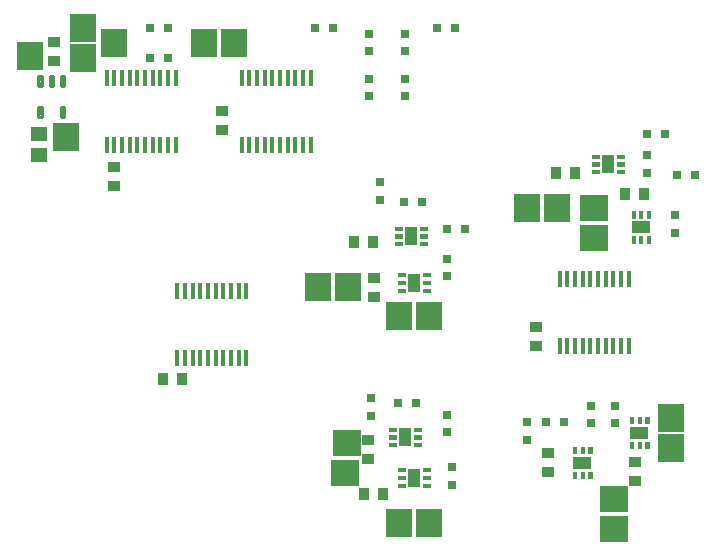
<source format=gbr>
G04 EAGLE Gerber RS-274X export*
G75*
%MOMM*%
%FSLAX34Y34*%
%LPD*%
%INSolderpaste Top*%
%IPPOS*%
%AMOC8*
5,1,8,0,0,1.08239X$1,22.5*%
G01*
%ADD10R,2.235200X2.489200*%
%ADD11R,0.800000X0.800000*%
%ADD12R,0.820000X1.260000*%
%ADD13C,0.088900*%
%ADD14R,0.990600X1.600200*%
%ADD15C,0.295000*%
%ADD16R,2.489200X2.235200*%
%ADD17R,0.950000X1.000000*%
%ADD18R,1.260000X0.820000*%
%ADD19R,1.600200X0.990600*%
%ADD20R,0.355600X1.473200*%
%ADD21R,1.000000X0.950000*%
%ADD22R,1.450000X1.150000*%


D10*
X87630Y495300D03*
X114300Y482600D03*
D11*
X396240Y152520D03*
X396240Y167520D03*
X331470Y166490D03*
X331470Y181490D03*
X400050Y123070D03*
X400050Y108070D03*
X354450Y177800D03*
X369450Y177800D03*
D12*
X368300Y114300D03*
D13*
X375983Y109134D02*
X381699Y109134D01*
X381699Y106466D01*
X375983Y106466D01*
X375983Y109134D01*
X375983Y107311D02*
X381699Y107311D01*
X381699Y108156D02*
X375983Y108156D01*
X375983Y109001D02*
X381699Y109001D01*
X381699Y115634D02*
X375983Y115634D01*
X381699Y115634D02*
X381699Y112966D01*
X375983Y112966D01*
X375983Y115634D01*
X375983Y113811D02*
X381699Y113811D01*
X381699Y114656D02*
X375983Y114656D01*
X375983Y115501D02*
X381699Y115501D01*
X381699Y122134D02*
X375983Y122134D01*
X381699Y122134D02*
X381699Y119466D01*
X375983Y119466D01*
X375983Y122134D01*
X375983Y120311D02*
X381699Y120311D01*
X381699Y121156D02*
X375983Y121156D01*
X375983Y122001D02*
X381699Y122001D01*
X360617Y122134D02*
X354901Y122134D01*
X360617Y122134D02*
X360617Y119466D01*
X354901Y119466D01*
X354901Y122134D01*
X354901Y120311D02*
X360617Y120311D01*
X360617Y121156D02*
X354901Y121156D01*
X354901Y122001D02*
X360617Y122001D01*
X360617Y115634D02*
X354901Y115634D01*
X360617Y115634D02*
X360617Y112966D01*
X354901Y112966D01*
X354901Y115634D01*
X354901Y113811D02*
X360617Y113811D01*
X360617Y114656D02*
X354901Y114656D01*
X354901Y115501D02*
X360617Y115501D01*
X360617Y109134D02*
X354901Y109134D01*
X360617Y109134D02*
X360617Y106466D01*
X354901Y106466D01*
X354901Y109134D01*
X354901Y107311D02*
X360617Y107311D01*
X360617Y108156D02*
X354901Y108156D01*
X354901Y109001D02*
X360617Y109001D01*
D14*
X368300Y114300D03*
D11*
X159900Y469900D03*
X144900Y469900D03*
X159900Y495300D03*
X144900Y495300D03*
D10*
X215900Y482600D03*
X190500Y482600D03*
D15*
X68985Y453905D02*
X68985Y445855D01*
X68985Y453905D02*
X71935Y453905D01*
X71935Y445855D01*
X68985Y445855D01*
X68985Y448657D02*
X71935Y448657D01*
X71935Y451459D02*
X68985Y451459D01*
X59485Y453905D02*
X59485Y445855D01*
X59485Y453905D02*
X62435Y453905D01*
X62435Y445855D01*
X59485Y445855D01*
X59485Y448657D02*
X62435Y448657D01*
X62435Y451459D02*
X59485Y451459D01*
X49985Y453905D02*
X49985Y445855D01*
X49985Y453905D02*
X52935Y453905D01*
X52935Y445855D01*
X49985Y445855D01*
X49985Y448657D02*
X52935Y448657D01*
X52935Y451459D02*
X49985Y451459D01*
X49985Y427905D02*
X49985Y419855D01*
X49985Y427905D02*
X52935Y427905D01*
X52935Y419855D01*
X49985Y419855D01*
X49985Y422657D02*
X52935Y422657D01*
X52935Y425459D02*
X49985Y425459D01*
X68985Y427905D02*
X68985Y419855D01*
X68985Y427905D02*
X71935Y427905D01*
X71935Y419855D01*
X68985Y419855D01*
X68985Y422657D02*
X71935Y422657D01*
X71935Y425459D02*
X68985Y425459D01*
D10*
X87630Y469900D03*
X73660Y402590D03*
X43180Y471170D03*
D12*
X360680Y148590D03*
D13*
X368363Y143424D02*
X374079Y143424D01*
X374079Y140756D01*
X368363Y140756D01*
X368363Y143424D01*
X368363Y141601D02*
X374079Y141601D01*
X374079Y142446D02*
X368363Y142446D01*
X368363Y143291D02*
X374079Y143291D01*
X374079Y149924D02*
X368363Y149924D01*
X374079Y149924D02*
X374079Y147256D01*
X368363Y147256D01*
X368363Y149924D01*
X368363Y148101D02*
X374079Y148101D01*
X374079Y148946D02*
X368363Y148946D01*
X368363Y149791D02*
X374079Y149791D01*
X374079Y156424D02*
X368363Y156424D01*
X374079Y156424D02*
X374079Y153756D01*
X368363Y153756D01*
X368363Y156424D01*
X368363Y154601D02*
X374079Y154601D01*
X374079Y155446D02*
X368363Y155446D01*
X368363Y156291D02*
X374079Y156291D01*
X352997Y156424D02*
X347281Y156424D01*
X352997Y156424D02*
X352997Y153756D01*
X347281Y153756D01*
X347281Y156424D01*
X347281Y154601D02*
X352997Y154601D01*
X352997Y155446D02*
X347281Y155446D01*
X347281Y156291D02*
X352997Y156291D01*
X352997Y149924D02*
X347281Y149924D01*
X352997Y149924D02*
X352997Y147256D01*
X347281Y147256D01*
X347281Y149924D01*
X347281Y148101D02*
X352997Y148101D01*
X352997Y148946D02*
X347281Y148946D01*
X347281Y149791D02*
X352997Y149791D01*
X352997Y143424D02*
X347281Y143424D01*
X352997Y143424D02*
X352997Y140756D01*
X347281Y140756D01*
X347281Y143424D01*
X347281Y141601D02*
X352997Y141601D01*
X352997Y142446D02*
X347281Y142446D01*
X347281Y143291D02*
X352997Y143291D01*
D14*
X360680Y148590D03*
D16*
X311150Y143510D03*
X309880Y118110D03*
D10*
X355600Y76200D03*
X381000Y76200D03*
D11*
X396360Y325120D03*
X411360Y325120D03*
X339090Y349370D03*
X339090Y364370D03*
X396240Y299600D03*
X396240Y284600D03*
X359530Y347980D03*
X374530Y347980D03*
D12*
X368300Y279400D03*
D13*
X375983Y274234D02*
X381699Y274234D01*
X381699Y271566D01*
X375983Y271566D01*
X375983Y274234D01*
X375983Y272411D02*
X381699Y272411D01*
X381699Y273256D02*
X375983Y273256D01*
X375983Y274101D02*
X381699Y274101D01*
X381699Y280734D02*
X375983Y280734D01*
X381699Y280734D02*
X381699Y278066D01*
X375983Y278066D01*
X375983Y280734D01*
X375983Y278911D02*
X381699Y278911D01*
X381699Y279756D02*
X375983Y279756D01*
X375983Y280601D02*
X381699Y280601D01*
X381699Y287234D02*
X375983Y287234D01*
X381699Y287234D02*
X381699Y284566D01*
X375983Y284566D01*
X375983Y287234D01*
X375983Y285411D02*
X381699Y285411D01*
X381699Y286256D02*
X375983Y286256D01*
X375983Y287101D02*
X381699Y287101D01*
X360617Y287234D02*
X354901Y287234D01*
X360617Y287234D02*
X360617Y284566D01*
X354901Y284566D01*
X354901Y287234D01*
X354901Y285411D02*
X360617Y285411D01*
X360617Y286256D02*
X354901Y286256D01*
X354901Y287101D02*
X360617Y287101D01*
X360617Y280734D02*
X354901Y280734D01*
X360617Y280734D02*
X360617Y278066D01*
X354901Y278066D01*
X354901Y280734D01*
X354901Y278911D02*
X360617Y278911D01*
X360617Y279756D02*
X354901Y279756D01*
X354901Y280601D02*
X360617Y280601D01*
X360617Y274234D02*
X354901Y274234D01*
X360617Y274234D02*
X360617Y271566D01*
X354901Y271566D01*
X354901Y274234D01*
X354901Y272411D02*
X360617Y272411D01*
X360617Y273256D02*
X354901Y273256D01*
X354901Y274101D02*
X360617Y274101D01*
D14*
X368300Y279400D03*
D12*
X365760Y318770D03*
D13*
X373443Y313604D02*
X379159Y313604D01*
X379159Y310936D01*
X373443Y310936D01*
X373443Y313604D01*
X373443Y311781D02*
X379159Y311781D01*
X379159Y312626D02*
X373443Y312626D01*
X373443Y313471D02*
X379159Y313471D01*
X379159Y320104D02*
X373443Y320104D01*
X379159Y320104D02*
X379159Y317436D01*
X373443Y317436D01*
X373443Y320104D01*
X373443Y318281D02*
X379159Y318281D01*
X379159Y319126D02*
X373443Y319126D01*
X373443Y319971D02*
X379159Y319971D01*
X379159Y326604D02*
X373443Y326604D01*
X379159Y326604D02*
X379159Y323936D01*
X373443Y323936D01*
X373443Y326604D01*
X373443Y324781D02*
X379159Y324781D01*
X379159Y325626D02*
X373443Y325626D01*
X373443Y326471D02*
X379159Y326471D01*
X358077Y326604D02*
X352361Y326604D01*
X358077Y326604D02*
X358077Y323936D01*
X352361Y323936D01*
X352361Y326604D01*
X352361Y324781D02*
X358077Y324781D01*
X358077Y325626D02*
X352361Y325626D01*
X352361Y326471D02*
X358077Y326471D01*
X358077Y320104D02*
X352361Y320104D01*
X358077Y320104D02*
X358077Y317436D01*
X352361Y317436D01*
X352361Y320104D01*
X352361Y318281D02*
X358077Y318281D01*
X358077Y319126D02*
X352361Y319126D01*
X352361Y319971D02*
X358077Y319971D01*
X358077Y313604D02*
X352361Y313604D01*
X358077Y313604D02*
X358077Y310936D01*
X352361Y310936D01*
X352361Y313604D01*
X352361Y311781D02*
X358077Y311781D01*
X358077Y312626D02*
X352361Y312626D01*
X352361Y313471D02*
X358077Y313471D01*
D14*
X365760Y318770D03*
D10*
X287020Y275590D03*
X312420Y275590D03*
X355600Y251460D03*
X381000Y251460D03*
D17*
X333120Y313690D03*
X317120Y313690D03*
D11*
X518160Y160140D03*
X518160Y175140D03*
X463550Y161170D03*
X463550Y146170D03*
X538480Y160140D03*
X538480Y175140D03*
X480180Y161290D03*
X495180Y161290D03*
D18*
X558800Y152400D03*
D13*
X563966Y160083D02*
X563966Y165799D01*
X566634Y165799D01*
X566634Y160083D01*
X563966Y160083D01*
X563966Y160928D02*
X566634Y160928D01*
X566634Y161773D02*
X563966Y161773D01*
X563966Y162618D02*
X566634Y162618D01*
X566634Y163463D02*
X563966Y163463D01*
X563966Y164308D02*
X566634Y164308D01*
X566634Y165153D02*
X563966Y165153D01*
X557466Y165799D02*
X557466Y160083D01*
X557466Y165799D02*
X560134Y165799D01*
X560134Y160083D01*
X557466Y160083D01*
X557466Y160928D02*
X560134Y160928D01*
X560134Y161773D02*
X557466Y161773D01*
X557466Y162618D02*
X560134Y162618D01*
X560134Y163463D02*
X557466Y163463D01*
X557466Y164308D02*
X560134Y164308D01*
X560134Y165153D02*
X557466Y165153D01*
X550966Y165799D02*
X550966Y160083D01*
X550966Y165799D02*
X553634Y165799D01*
X553634Y160083D01*
X550966Y160083D01*
X550966Y160928D02*
X553634Y160928D01*
X553634Y161773D02*
X550966Y161773D01*
X550966Y162618D02*
X553634Y162618D01*
X553634Y163463D02*
X550966Y163463D01*
X550966Y164308D02*
X553634Y164308D01*
X553634Y165153D02*
X550966Y165153D01*
X550966Y144717D02*
X550966Y139001D01*
X550966Y144717D02*
X553634Y144717D01*
X553634Y139001D01*
X550966Y139001D01*
X550966Y139846D02*
X553634Y139846D01*
X553634Y140691D02*
X550966Y140691D01*
X550966Y141536D02*
X553634Y141536D01*
X553634Y142381D02*
X550966Y142381D01*
X550966Y143226D02*
X553634Y143226D01*
X553634Y144071D02*
X550966Y144071D01*
X557466Y144717D02*
X557466Y139001D01*
X557466Y144717D02*
X560134Y144717D01*
X560134Y139001D01*
X557466Y139001D01*
X557466Y139846D02*
X560134Y139846D01*
X560134Y140691D02*
X557466Y140691D01*
X557466Y141536D02*
X560134Y141536D01*
X560134Y142381D02*
X557466Y142381D01*
X557466Y143226D02*
X560134Y143226D01*
X560134Y144071D02*
X557466Y144071D01*
X563966Y144717D02*
X563966Y139001D01*
X563966Y144717D02*
X566634Y144717D01*
X566634Y139001D01*
X563966Y139001D01*
X563966Y139846D02*
X566634Y139846D01*
X566634Y140691D02*
X563966Y140691D01*
X563966Y141536D02*
X566634Y141536D01*
X566634Y142381D02*
X563966Y142381D01*
X563966Y143226D02*
X566634Y143226D01*
X566634Y144071D02*
X563966Y144071D01*
D19*
X558800Y152400D03*
D18*
X510540Y127000D03*
D13*
X515706Y134683D02*
X515706Y140399D01*
X518374Y140399D01*
X518374Y134683D01*
X515706Y134683D01*
X515706Y135528D02*
X518374Y135528D01*
X518374Y136373D02*
X515706Y136373D01*
X515706Y137218D02*
X518374Y137218D01*
X518374Y138063D02*
X515706Y138063D01*
X515706Y138908D02*
X518374Y138908D01*
X518374Y139753D02*
X515706Y139753D01*
X509206Y140399D02*
X509206Y134683D01*
X509206Y140399D02*
X511874Y140399D01*
X511874Y134683D01*
X509206Y134683D01*
X509206Y135528D02*
X511874Y135528D01*
X511874Y136373D02*
X509206Y136373D01*
X509206Y137218D02*
X511874Y137218D01*
X511874Y138063D02*
X509206Y138063D01*
X509206Y138908D02*
X511874Y138908D01*
X511874Y139753D02*
X509206Y139753D01*
X502706Y140399D02*
X502706Y134683D01*
X502706Y140399D02*
X505374Y140399D01*
X505374Y134683D01*
X502706Y134683D01*
X502706Y135528D02*
X505374Y135528D01*
X505374Y136373D02*
X502706Y136373D01*
X502706Y137218D02*
X505374Y137218D01*
X505374Y138063D02*
X502706Y138063D01*
X502706Y138908D02*
X505374Y138908D01*
X505374Y139753D02*
X502706Y139753D01*
X502706Y119317D02*
X502706Y113601D01*
X502706Y119317D02*
X505374Y119317D01*
X505374Y113601D01*
X502706Y113601D01*
X502706Y114446D02*
X505374Y114446D01*
X505374Y115291D02*
X502706Y115291D01*
X502706Y116136D02*
X505374Y116136D01*
X505374Y116981D02*
X502706Y116981D01*
X502706Y117826D02*
X505374Y117826D01*
X505374Y118671D02*
X502706Y118671D01*
X509206Y119317D02*
X509206Y113601D01*
X509206Y119317D02*
X511874Y119317D01*
X511874Y113601D01*
X509206Y113601D01*
X509206Y114446D02*
X511874Y114446D01*
X511874Y115291D02*
X509206Y115291D01*
X509206Y116136D02*
X511874Y116136D01*
X511874Y116981D02*
X509206Y116981D01*
X509206Y117826D02*
X511874Y117826D01*
X511874Y118671D02*
X509206Y118671D01*
X515706Y119317D02*
X515706Y113601D01*
X515706Y119317D02*
X518374Y119317D01*
X518374Y113601D01*
X515706Y113601D01*
X515706Y114446D02*
X518374Y114446D01*
X518374Y115291D02*
X515706Y115291D01*
X515706Y116136D02*
X518374Y116136D01*
X518374Y116981D02*
X515706Y116981D01*
X515706Y117826D02*
X518374Y117826D01*
X518374Y118671D02*
X515706Y118671D01*
D19*
X510540Y127000D03*
D16*
X537210Y71120D03*
X537210Y96520D03*
D10*
X585470Y139700D03*
X585470Y165100D03*
D11*
X590670Y370840D03*
X605670Y370840D03*
X565270Y405130D03*
X580270Y405130D03*
X589280Y336430D03*
X589280Y321430D03*
X565150Y387230D03*
X565150Y372230D03*
D18*
X560070Y326390D03*
D13*
X554904Y318707D02*
X554904Y312991D01*
X552236Y312991D01*
X552236Y318707D01*
X554904Y318707D01*
X554904Y313836D02*
X552236Y313836D01*
X552236Y314681D02*
X554904Y314681D01*
X554904Y315526D02*
X552236Y315526D01*
X552236Y316371D02*
X554904Y316371D01*
X554904Y317216D02*
X552236Y317216D01*
X552236Y318061D02*
X554904Y318061D01*
X561404Y318707D02*
X561404Y312991D01*
X558736Y312991D01*
X558736Y318707D01*
X561404Y318707D01*
X561404Y313836D02*
X558736Y313836D01*
X558736Y314681D02*
X561404Y314681D01*
X561404Y315526D02*
X558736Y315526D01*
X558736Y316371D02*
X561404Y316371D01*
X561404Y317216D02*
X558736Y317216D01*
X558736Y318061D02*
X561404Y318061D01*
X567904Y318707D02*
X567904Y312991D01*
X565236Y312991D01*
X565236Y318707D01*
X567904Y318707D01*
X567904Y313836D02*
X565236Y313836D01*
X565236Y314681D02*
X567904Y314681D01*
X567904Y315526D02*
X565236Y315526D01*
X565236Y316371D02*
X567904Y316371D01*
X567904Y317216D02*
X565236Y317216D01*
X565236Y318061D02*
X567904Y318061D01*
X567904Y334073D02*
X567904Y339789D01*
X567904Y334073D02*
X565236Y334073D01*
X565236Y339789D01*
X567904Y339789D01*
X567904Y334918D02*
X565236Y334918D01*
X565236Y335763D02*
X567904Y335763D01*
X567904Y336608D02*
X565236Y336608D01*
X565236Y337453D02*
X567904Y337453D01*
X567904Y338298D02*
X565236Y338298D01*
X565236Y339143D02*
X567904Y339143D01*
X561404Y339789D02*
X561404Y334073D01*
X558736Y334073D01*
X558736Y339789D01*
X561404Y339789D01*
X561404Y334918D02*
X558736Y334918D01*
X558736Y335763D02*
X561404Y335763D01*
X561404Y336608D02*
X558736Y336608D01*
X558736Y337453D02*
X561404Y337453D01*
X561404Y338298D02*
X558736Y338298D01*
X558736Y339143D02*
X561404Y339143D01*
X554904Y339789D02*
X554904Y334073D01*
X552236Y334073D01*
X552236Y339789D01*
X554904Y339789D01*
X554904Y334918D02*
X552236Y334918D01*
X552236Y335763D02*
X554904Y335763D01*
X554904Y336608D02*
X552236Y336608D01*
X552236Y337453D02*
X554904Y337453D01*
X554904Y338298D02*
X552236Y338298D01*
X552236Y339143D02*
X554904Y339143D01*
D19*
X560070Y326390D03*
D12*
X532130Y379730D03*
D13*
X539813Y374564D02*
X545529Y374564D01*
X545529Y371896D01*
X539813Y371896D01*
X539813Y374564D01*
X539813Y372741D02*
X545529Y372741D01*
X545529Y373586D02*
X539813Y373586D01*
X539813Y374431D02*
X545529Y374431D01*
X545529Y381064D02*
X539813Y381064D01*
X545529Y381064D02*
X545529Y378396D01*
X539813Y378396D01*
X539813Y381064D01*
X539813Y379241D02*
X545529Y379241D01*
X545529Y380086D02*
X539813Y380086D01*
X539813Y380931D02*
X545529Y380931D01*
X545529Y387564D02*
X539813Y387564D01*
X545529Y387564D02*
X545529Y384896D01*
X539813Y384896D01*
X539813Y387564D01*
X539813Y385741D02*
X545529Y385741D01*
X545529Y386586D02*
X539813Y386586D01*
X539813Y387431D02*
X545529Y387431D01*
X524447Y387564D02*
X518731Y387564D01*
X524447Y387564D02*
X524447Y384896D01*
X518731Y384896D01*
X518731Y387564D01*
X518731Y385741D02*
X524447Y385741D01*
X524447Y386586D02*
X518731Y386586D01*
X518731Y387431D02*
X524447Y387431D01*
X524447Y381064D02*
X518731Y381064D01*
X524447Y381064D02*
X524447Y378396D01*
X518731Y378396D01*
X518731Y381064D01*
X518731Y379241D02*
X524447Y379241D01*
X524447Y380086D02*
X518731Y380086D01*
X518731Y380931D02*
X524447Y380931D01*
X524447Y374564D02*
X518731Y374564D01*
X524447Y374564D02*
X524447Y371896D01*
X518731Y371896D01*
X518731Y374564D01*
X518731Y372741D02*
X524447Y372741D01*
X524447Y373586D02*
X518731Y373586D01*
X518731Y374431D02*
X524447Y374431D01*
D14*
X532130Y379730D03*
D10*
X463550Y342900D03*
X488950Y342900D03*
D16*
X520700Y342900D03*
X520700Y317500D03*
D20*
X222250Y395986D03*
X228600Y395986D03*
X235204Y395986D03*
X241808Y395986D03*
X248158Y395986D03*
X254762Y395986D03*
X261112Y395986D03*
X267716Y395986D03*
X274320Y395986D03*
X280670Y395986D03*
X280670Y452374D03*
X274320Y452374D03*
X267716Y452374D03*
X261112Y452374D03*
X254762Y452374D03*
X248158Y452374D03*
X241808Y452374D03*
X235204Y452374D03*
X228600Y452374D03*
X222250Y452374D03*
X491490Y225806D03*
X497840Y225806D03*
X504444Y225806D03*
X511048Y225806D03*
X517398Y225806D03*
X524002Y225806D03*
X530352Y225806D03*
X536956Y225806D03*
X543560Y225806D03*
X549910Y225806D03*
X549910Y282194D03*
X543560Y282194D03*
X536956Y282194D03*
X530352Y282194D03*
X524002Y282194D03*
X517398Y282194D03*
X511048Y282194D03*
X504444Y282194D03*
X497840Y282194D03*
X491490Y282194D03*
X107950Y395986D03*
X114300Y395986D03*
X120904Y395986D03*
X127508Y395986D03*
X133858Y395986D03*
X140462Y395986D03*
X146812Y395986D03*
X153416Y395986D03*
X160020Y395986D03*
X166370Y395986D03*
X166370Y452374D03*
X160020Y452374D03*
X153416Y452374D03*
X146812Y452374D03*
X140462Y452374D03*
X133858Y452374D03*
X127508Y452374D03*
X120904Y452374D03*
X114300Y452374D03*
X107950Y452374D03*
X167640Y215646D03*
X173990Y215646D03*
X180594Y215646D03*
X187198Y215646D03*
X193548Y215646D03*
X200152Y215646D03*
X206502Y215646D03*
X213106Y215646D03*
X219710Y215646D03*
X226060Y215646D03*
X226060Y272034D03*
X219710Y272034D03*
X213106Y272034D03*
X206502Y272034D03*
X200152Y272034D03*
X193548Y272034D03*
X187198Y272034D03*
X180594Y272034D03*
X173990Y272034D03*
X167640Y272034D03*
D17*
X342010Y100330D03*
X326010Y100330D03*
D21*
X328930Y146430D03*
X328930Y130430D03*
X334010Y283590D03*
X334010Y267590D03*
D17*
X171830Y198120D03*
X155830Y198120D03*
D21*
X471170Y241680D03*
X471170Y225680D03*
X114300Y377570D03*
X114300Y361570D03*
X205740Y408560D03*
X205740Y424560D03*
D17*
X504570Y372110D03*
X488570Y372110D03*
X546990Y354330D03*
X562990Y354330D03*
D21*
X554990Y111380D03*
X554990Y127380D03*
X481330Y135000D03*
X481330Y119000D03*
D11*
X284600Y495300D03*
X299600Y495300D03*
X360680Y437000D03*
X360680Y452000D03*
X360680Y490100D03*
X360680Y475100D03*
X330200Y490100D03*
X330200Y475100D03*
X402470Y495300D03*
X387470Y495300D03*
X330200Y437000D03*
X330200Y452000D03*
D21*
X63500Y466980D03*
X63500Y482980D03*
D22*
X50800Y405240D03*
X50800Y387240D03*
M02*

</source>
